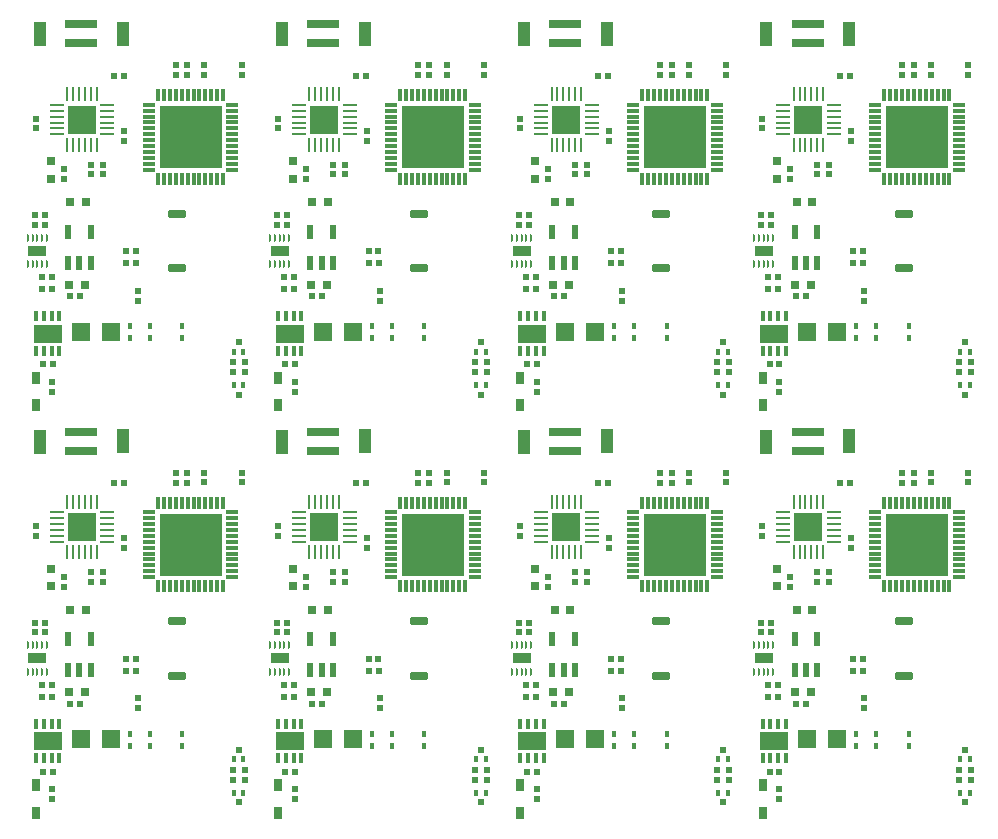
<source format=gtp>
G04*
G04 #@! TF.GenerationSoftware,Altium Limited,Altium Designer,20.0.2 (26)*
G04*
G04 Layer_Color=8421504*
%FSLAX44Y44*%
%MOMM*%
G71*
G01*
G75*
%ADD11R,5.3000X5.3000*%
%ADD12R,1.0000X0.3500*%
%ADD13R,0.3500X1.0000*%
%ADD14R,0.2500X1.1940*%
%ADD15R,1.1940X0.2500*%
%ADD16R,1.1938X0.2500*%
%ADD17R,2.4300X2.4300*%
%ADD18R,0.4700X0.5000*%
%ADD19R,0.3700X0.5000*%
%ADD20R,0.6000X1.1500*%
%ADD21R,0.3500X0.8500*%
%ADD22R,2.4000X1.6500*%
%ADD23R,0.3000X0.5000*%
%ADD24R,0.7000X1.0750*%
%ADD25R,0.5500X0.5300*%
G04:AMPARAMS|DCode=26|XSize=1.6mm|YSize=0.7mm|CornerRadius=0.175mm|HoleSize=0mm|Usage=FLASHONLY|Rotation=180.000|XOffset=0mm|YOffset=0mm|HoleType=Round|Shape=RoundedRectangle|*
%AMROUNDEDRECTD26*
21,1,1.6000,0.3500,0,0,180.0*
21,1,1.2500,0.7000,0,0,180.0*
1,1,0.3500,-0.6250,0.1750*
1,1,0.3500,0.6250,0.1750*
1,1,0.3500,0.6250,-0.1750*
1,1,0.3500,-0.6250,-0.1750*
%
%ADD26ROUNDEDRECTD26*%
%ADD27R,0.7620X0.7620*%
%ADD28R,1.5000X1.5000*%
%ADD29R,0.5300X0.5500*%
%ADD30R,1.0000X2.0000*%
%ADD31R,2.8000X0.8000*%
G04:AMPARAMS|DCode=32|XSize=0.7mm|YSize=0.22mm|CornerRadius=0.0605mm|HoleSize=0mm|Usage=FLASHONLY|Rotation=270.000|XOffset=0mm|YOffset=0mm|HoleType=Round|Shape=RoundedRectangle|*
%AMROUNDEDRECTD32*
21,1,0.7000,0.0990,0,0,270.0*
21,1,0.5790,0.2200,0,0,270.0*
1,1,0.1210,-0.0495,-0.2895*
1,1,0.1210,-0.0495,0.2895*
1,1,0.1210,0.0495,0.2895*
1,1,0.1210,0.0495,-0.2895*
%
%ADD32ROUNDEDRECTD32*%
%ADD33R,1.5000X0.9000*%
%ADD34R,0.5500X0.5300*%
%ADD35R,0.5300X0.5500*%
G36*
X769532Y568473D02*
X746251D01*
Y591754D01*
X769532D01*
Y568473D01*
D02*
G37*
G36*
X564537D02*
X541256D01*
Y591754D01*
X564537D01*
Y568473D01*
D02*
G37*
G36*
X359541D02*
X336260D01*
Y591754D01*
X359541D01*
Y568473D01*
D02*
G37*
G36*
X154546D02*
X131265D01*
Y591754D01*
X154546D01*
Y568473D01*
D02*
G37*
G36*
X769532Y223470D02*
X746251D01*
Y246751D01*
X769532D01*
Y223470D01*
D02*
G37*
G36*
X564537D02*
X541256D01*
Y246751D01*
X564537D01*
Y223470D01*
D02*
G37*
G36*
X359541D02*
X336260D01*
Y246751D01*
X359541D01*
Y223470D01*
D02*
G37*
G36*
X154546D02*
X131265D01*
Y246751D01*
X154546D01*
Y223470D01*
D02*
G37*
D11*
X142926Y235090D02*
D03*
X347921D02*
D03*
X552917D02*
D03*
X757912D02*
D03*
X142926Y580093D02*
D03*
X347921D02*
D03*
X552917D02*
D03*
X757912D02*
D03*
D12*
X178326Y262590D02*
D03*
Y257590D02*
D03*
Y252590D02*
D03*
Y247590D02*
D03*
Y242590D02*
D03*
Y237590D02*
D03*
Y232590D02*
D03*
Y227590D02*
D03*
Y222590D02*
D03*
Y217590D02*
D03*
Y212590D02*
D03*
Y207590D02*
D03*
X107526D02*
D03*
Y212590D02*
D03*
Y217590D02*
D03*
Y222590D02*
D03*
Y227590D02*
D03*
Y232590D02*
D03*
Y237590D02*
D03*
Y242590D02*
D03*
Y247590D02*
D03*
Y252590D02*
D03*
Y257590D02*
D03*
Y262590D02*
D03*
X383321D02*
D03*
Y257590D02*
D03*
Y252590D02*
D03*
Y247590D02*
D03*
Y242590D02*
D03*
Y237590D02*
D03*
Y232590D02*
D03*
Y227590D02*
D03*
Y222590D02*
D03*
Y217590D02*
D03*
Y212590D02*
D03*
Y207590D02*
D03*
X312521D02*
D03*
Y212590D02*
D03*
Y217590D02*
D03*
Y222590D02*
D03*
Y227590D02*
D03*
Y232590D02*
D03*
Y237590D02*
D03*
Y242590D02*
D03*
Y247590D02*
D03*
Y252590D02*
D03*
Y257590D02*
D03*
Y262590D02*
D03*
X588317D02*
D03*
Y257590D02*
D03*
Y252590D02*
D03*
Y247590D02*
D03*
Y242590D02*
D03*
Y237590D02*
D03*
Y232590D02*
D03*
Y227590D02*
D03*
Y222590D02*
D03*
Y217590D02*
D03*
Y212590D02*
D03*
Y207590D02*
D03*
X517517D02*
D03*
Y212590D02*
D03*
Y217590D02*
D03*
Y222590D02*
D03*
Y227590D02*
D03*
Y232590D02*
D03*
Y237590D02*
D03*
Y242590D02*
D03*
Y247590D02*
D03*
Y252590D02*
D03*
Y257590D02*
D03*
Y262590D02*
D03*
X793312D02*
D03*
Y257590D02*
D03*
Y252590D02*
D03*
Y247590D02*
D03*
Y242590D02*
D03*
Y237590D02*
D03*
Y232590D02*
D03*
Y227590D02*
D03*
Y222590D02*
D03*
Y217590D02*
D03*
Y212590D02*
D03*
Y207590D02*
D03*
X722512D02*
D03*
Y212590D02*
D03*
Y217590D02*
D03*
Y222590D02*
D03*
Y227590D02*
D03*
Y232590D02*
D03*
Y237590D02*
D03*
Y242590D02*
D03*
Y247590D02*
D03*
Y252590D02*
D03*
Y257590D02*
D03*
Y262590D02*
D03*
X178326Y607593D02*
D03*
Y602593D02*
D03*
Y597593D02*
D03*
Y592593D02*
D03*
Y587593D02*
D03*
Y582593D02*
D03*
Y577593D02*
D03*
Y572593D02*
D03*
Y567593D02*
D03*
Y562593D02*
D03*
Y557593D02*
D03*
Y552593D02*
D03*
X107526D02*
D03*
Y557593D02*
D03*
Y562593D02*
D03*
Y567593D02*
D03*
Y572593D02*
D03*
Y577593D02*
D03*
Y582593D02*
D03*
Y587593D02*
D03*
Y592593D02*
D03*
Y597593D02*
D03*
Y602593D02*
D03*
Y607593D02*
D03*
X383321D02*
D03*
Y602593D02*
D03*
Y597593D02*
D03*
Y592593D02*
D03*
Y587593D02*
D03*
Y582593D02*
D03*
Y577593D02*
D03*
Y572593D02*
D03*
Y567593D02*
D03*
Y562593D02*
D03*
Y557593D02*
D03*
Y552593D02*
D03*
X312521D02*
D03*
Y557593D02*
D03*
Y562593D02*
D03*
Y567593D02*
D03*
Y572593D02*
D03*
Y577593D02*
D03*
Y582593D02*
D03*
Y587593D02*
D03*
Y592593D02*
D03*
Y597593D02*
D03*
Y602593D02*
D03*
Y607593D02*
D03*
X588317D02*
D03*
Y602593D02*
D03*
Y597593D02*
D03*
Y592593D02*
D03*
Y587593D02*
D03*
Y582593D02*
D03*
Y577593D02*
D03*
Y572593D02*
D03*
Y567593D02*
D03*
Y562593D02*
D03*
Y557593D02*
D03*
Y552593D02*
D03*
X517517D02*
D03*
Y557593D02*
D03*
Y562593D02*
D03*
Y567593D02*
D03*
Y572593D02*
D03*
Y577593D02*
D03*
Y582593D02*
D03*
Y587593D02*
D03*
Y592593D02*
D03*
Y597593D02*
D03*
Y602593D02*
D03*
Y607593D02*
D03*
X793312D02*
D03*
Y602593D02*
D03*
Y597593D02*
D03*
Y592593D02*
D03*
Y587593D02*
D03*
Y582593D02*
D03*
Y577593D02*
D03*
Y572593D02*
D03*
Y567593D02*
D03*
Y562593D02*
D03*
Y557593D02*
D03*
Y552593D02*
D03*
X722512D02*
D03*
Y557593D02*
D03*
Y562593D02*
D03*
Y567593D02*
D03*
Y572593D02*
D03*
Y577593D02*
D03*
Y582593D02*
D03*
Y587593D02*
D03*
Y592593D02*
D03*
Y597593D02*
D03*
Y602593D02*
D03*
Y607593D02*
D03*
D13*
X170426Y199690D02*
D03*
X165426D02*
D03*
X160426D02*
D03*
X155426D02*
D03*
X150426D02*
D03*
X145426D02*
D03*
X140426D02*
D03*
X135426D02*
D03*
X130426D02*
D03*
X125426D02*
D03*
X120426D02*
D03*
X115426D02*
D03*
Y270490D02*
D03*
X120426D02*
D03*
X125426D02*
D03*
X130426D02*
D03*
X135426D02*
D03*
X140426D02*
D03*
X145426D02*
D03*
X150426D02*
D03*
X155426D02*
D03*
X160426D02*
D03*
X165426D02*
D03*
X170426D02*
D03*
X375421Y199690D02*
D03*
X370421D02*
D03*
X365421D02*
D03*
X360421D02*
D03*
X355421D02*
D03*
X350421D02*
D03*
X345421D02*
D03*
X340421D02*
D03*
X335421D02*
D03*
X330421D02*
D03*
X325421D02*
D03*
X320421D02*
D03*
Y270490D02*
D03*
X325421D02*
D03*
X330421D02*
D03*
X335421D02*
D03*
X340421D02*
D03*
X345421D02*
D03*
X350421D02*
D03*
X355421D02*
D03*
X360421D02*
D03*
X365421D02*
D03*
X370421D02*
D03*
X375421D02*
D03*
X580417Y199690D02*
D03*
X575417D02*
D03*
X570417D02*
D03*
X565417D02*
D03*
X560417D02*
D03*
X555417D02*
D03*
X550417D02*
D03*
X545417D02*
D03*
X540417D02*
D03*
X535417D02*
D03*
X530417D02*
D03*
X525417D02*
D03*
Y270490D02*
D03*
X530417D02*
D03*
X535417D02*
D03*
X540417D02*
D03*
X545417D02*
D03*
X550417D02*
D03*
X555417D02*
D03*
X560417D02*
D03*
X565417D02*
D03*
X570417D02*
D03*
X575417D02*
D03*
X580417D02*
D03*
X785412Y199690D02*
D03*
X780412D02*
D03*
X775412D02*
D03*
X770412D02*
D03*
X765412D02*
D03*
X760412D02*
D03*
X755412D02*
D03*
X750412D02*
D03*
X745412D02*
D03*
X740412D02*
D03*
X735412D02*
D03*
X730412D02*
D03*
Y270490D02*
D03*
X735412D02*
D03*
X740412D02*
D03*
X745412D02*
D03*
X750412D02*
D03*
X755412D02*
D03*
X760412D02*
D03*
X765412D02*
D03*
X770412D02*
D03*
X775412D02*
D03*
X780412D02*
D03*
X785412D02*
D03*
X170426Y544693D02*
D03*
X165426D02*
D03*
X160426D02*
D03*
X155426D02*
D03*
X150426D02*
D03*
X145426D02*
D03*
X140426D02*
D03*
X135426D02*
D03*
X130426D02*
D03*
X125426D02*
D03*
X120426D02*
D03*
X115426D02*
D03*
Y615493D02*
D03*
X120426D02*
D03*
X125426D02*
D03*
X130426D02*
D03*
X135426D02*
D03*
X140426D02*
D03*
X145426D02*
D03*
X150426D02*
D03*
X155426D02*
D03*
X160426D02*
D03*
X165426D02*
D03*
X170426D02*
D03*
X375421Y544693D02*
D03*
X370421D02*
D03*
X365421D02*
D03*
X360421D02*
D03*
X355421D02*
D03*
X350421D02*
D03*
X345421D02*
D03*
X340421D02*
D03*
X335421D02*
D03*
X330421D02*
D03*
X325421D02*
D03*
X320421D02*
D03*
Y615493D02*
D03*
X325421D02*
D03*
X330421D02*
D03*
X335421D02*
D03*
X340421D02*
D03*
X345421D02*
D03*
X350421D02*
D03*
X355421D02*
D03*
X360421D02*
D03*
X365421D02*
D03*
X370421D02*
D03*
X375421D02*
D03*
X580417Y544693D02*
D03*
X575417D02*
D03*
X570417D02*
D03*
X565417D02*
D03*
X560417D02*
D03*
X555417D02*
D03*
X550417D02*
D03*
X545417D02*
D03*
X540417D02*
D03*
X535417D02*
D03*
X530417D02*
D03*
X525417D02*
D03*
Y615493D02*
D03*
X530417D02*
D03*
X535417D02*
D03*
X540417D02*
D03*
X545417D02*
D03*
X550417D02*
D03*
X555417D02*
D03*
X560417D02*
D03*
X565417D02*
D03*
X570417D02*
D03*
X575417D02*
D03*
X580417D02*
D03*
X785412Y544693D02*
D03*
X780412D02*
D03*
X775412D02*
D03*
X770412D02*
D03*
X765412D02*
D03*
X760412D02*
D03*
X755412D02*
D03*
X750412D02*
D03*
X745412D02*
D03*
X740412D02*
D03*
X735412D02*
D03*
X730412D02*
D03*
Y615493D02*
D03*
X735412D02*
D03*
X740412D02*
D03*
X745412D02*
D03*
X750412D02*
D03*
X755412D02*
D03*
X760412D02*
D03*
X765412D02*
D03*
X770412D02*
D03*
X775412D02*
D03*
X780412D02*
D03*
X785412D02*
D03*
D14*
X38500Y228520D02*
D03*
X43500D02*
D03*
X48500D02*
D03*
X53500D02*
D03*
X58500D02*
D03*
X63500D02*
D03*
Y271460D02*
D03*
X58500D02*
D03*
X53500D02*
D03*
X48500D02*
D03*
X43500D02*
D03*
X38500D02*
D03*
X243496Y228520D02*
D03*
X248496D02*
D03*
X253496D02*
D03*
X258496D02*
D03*
X263496D02*
D03*
X268495D02*
D03*
Y271460D02*
D03*
X263496D02*
D03*
X258496D02*
D03*
X253496D02*
D03*
X248496D02*
D03*
X243496D02*
D03*
X448491Y228520D02*
D03*
X453491D02*
D03*
X458491D02*
D03*
X463491D02*
D03*
X468491D02*
D03*
X473491D02*
D03*
Y271460D02*
D03*
X468491D02*
D03*
X463491D02*
D03*
X458491D02*
D03*
X453491D02*
D03*
X448491D02*
D03*
X653486Y228520D02*
D03*
X658486D02*
D03*
X663486D02*
D03*
X668486D02*
D03*
X673486D02*
D03*
X678486D02*
D03*
Y271460D02*
D03*
X673486D02*
D03*
X668486D02*
D03*
X663486D02*
D03*
X658486D02*
D03*
X653486D02*
D03*
X38500Y573523D02*
D03*
X43500D02*
D03*
X48500D02*
D03*
X53500D02*
D03*
X58500D02*
D03*
X63500D02*
D03*
Y616463D02*
D03*
X58500D02*
D03*
X53500D02*
D03*
X48500D02*
D03*
X43500D02*
D03*
X38500D02*
D03*
X243496Y573523D02*
D03*
X248496D02*
D03*
X253496D02*
D03*
X258496D02*
D03*
X263496D02*
D03*
X268495D02*
D03*
Y616463D02*
D03*
X263496D02*
D03*
X258496D02*
D03*
X253496D02*
D03*
X248496D02*
D03*
X243496D02*
D03*
X448491Y573523D02*
D03*
X453491D02*
D03*
X458491D02*
D03*
X463491D02*
D03*
X468491D02*
D03*
X473491D02*
D03*
Y616463D02*
D03*
X468491D02*
D03*
X463491D02*
D03*
X458491D02*
D03*
X453491D02*
D03*
X448491D02*
D03*
X653486Y573523D02*
D03*
X658486D02*
D03*
X663486D02*
D03*
X668486D02*
D03*
X673486D02*
D03*
X678486D02*
D03*
Y616463D02*
D03*
X673486D02*
D03*
X668486D02*
D03*
X663486D02*
D03*
X658486D02*
D03*
X653486D02*
D03*
D15*
X72470Y237490D02*
D03*
Y242490D02*
D03*
Y247490D02*
D03*
Y252490D02*
D03*
Y257490D02*
D03*
X29530Y262490D02*
D03*
Y257490D02*
D03*
Y252490D02*
D03*
Y247490D02*
D03*
Y242490D02*
D03*
Y237490D02*
D03*
X277465D02*
D03*
Y242490D02*
D03*
Y247490D02*
D03*
Y252490D02*
D03*
Y257490D02*
D03*
X234525Y262490D02*
D03*
Y257490D02*
D03*
Y252490D02*
D03*
Y247490D02*
D03*
Y242490D02*
D03*
Y237490D02*
D03*
X482461D02*
D03*
Y242490D02*
D03*
Y247490D02*
D03*
Y252490D02*
D03*
Y257490D02*
D03*
X439521Y262490D02*
D03*
Y257490D02*
D03*
Y252490D02*
D03*
Y247490D02*
D03*
Y242490D02*
D03*
Y237490D02*
D03*
X687456D02*
D03*
Y242490D02*
D03*
Y247490D02*
D03*
Y252490D02*
D03*
Y257490D02*
D03*
X644516Y262490D02*
D03*
Y257490D02*
D03*
Y252490D02*
D03*
Y247490D02*
D03*
Y242490D02*
D03*
Y237490D02*
D03*
X72470Y582493D02*
D03*
Y587493D02*
D03*
Y592493D02*
D03*
Y597493D02*
D03*
Y602493D02*
D03*
X29530Y607493D02*
D03*
Y602493D02*
D03*
Y597493D02*
D03*
Y592493D02*
D03*
Y587493D02*
D03*
Y582493D02*
D03*
X277465D02*
D03*
Y587493D02*
D03*
Y592493D02*
D03*
Y597493D02*
D03*
Y602493D02*
D03*
X234525Y607493D02*
D03*
Y602493D02*
D03*
Y597493D02*
D03*
Y592493D02*
D03*
Y587493D02*
D03*
Y582493D02*
D03*
X482461D02*
D03*
Y587493D02*
D03*
Y592493D02*
D03*
Y597493D02*
D03*
Y602493D02*
D03*
X439521Y607493D02*
D03*
Y602493D02*
D03*
Y597493D02*
D03*
Y592493D02*
D03*
Y587493D02*
D03*
Y582493D02*
D03*
X687456D02*
D03*
Y587493D02*
D03*
Y592493D02*
D03*
Y597493D02*
D03*
Y602493D02*
D03*
X644516Y607493D02*
D03*
Y602493D02*
D03*
Y597493D02*
D03*
Y592493D02*
D03*
Y587493D02*
D03*
Y582493D02*
D03*
D16*
X72471Y262490D02*
D03*
X277467D02*
D03*
X482462D02*
D03*
X687457D02*
D03*
X72471Y607493D02*
D03*
X277467D02*
D03*
X482462D02*
D03*
X687457D02*
D03*
D17*
X51000Y249990D02*
D03*
X255995D02*
D03*
X460991D02*
D03*
X665986D02*
D03*
X51000Y594993D02*
D03*
X255995D02*
D03*
X460991D02*
D03*
X665986D02*
D03*
D18*
X183676Y17013D02*
D03*
Y61398D02*
D03*
X388671Y17013D02*
D03*
Y61398D02*
D03*
X593667Y17013D02*
D03*
Y61398D02*
D03*
X798662Y17013D02*
D03*
Y61398D02*
D03*
X183676Y362016D02*
D03*
Y406400D02*
D03*
X388671Y362016D02*
D03*
Y406400D02*
D03*
X593667Y362016D02*
D03*
Y406400D02*
D03*
X798662Y362016D02*
D03*
Y406400D02*
D03*
D19*
X187676Y25013D02*
D03*
X179301D02*
D03*
X179676Y53398D02*
D03*
X187676D02*
D03*
X392672Y25013D02*
D03*
X384297D02*
D03*
X384672Y53398D02*
D03*
X392672D02*
D03*
X597667Y25013D02*
D03*
X589292D02*
D03*
X589667Y53398D02*
D03*
X597667D02*
D03*
X802662Y25013D02*
D03*
X794288D02*
D03*
X794662Y53398D02*
D03*
X802662D02*
D03*
X187676Y370016D02*
D03*
X179301D02*
D03*
X179676Y398400D02*
D03*
X187676D02*
D03*
X392672Y370016D02*
D03*
X384297D02*
D03*
X384672Y398400D02*
D03*
X392672D02*
D03*
X597667Y370016D02*
D03*
X589292D02*
D03*
X589667Y398400D02*
D03*
X597667D02*
D03*
X802662Y370016D02*
D03*
X794288D02*
D03*
X794662Y398400D02*
D03*
X802662D02*
D03*
D20*
X39268Y154986D02*
D03*
X58268D02*
D03*
Y128986D02*
D03*
X48768D02*
D03*
X39268D02*
D03*
X244263Y154986D02*
D03*
X263263D02*
D03*
Y128986D02*
D03*
X253763D02*
D03*
X244263D02*
D03*
X449259Y154986D02*
D03*
X468259D02*
D03*
Y128986D02*
D03*
X458759D02*
D03*
X449259D02*
D03*
X654254Y154986D02*
D03*
X673254D02*
D03*
Y128986D02*
D03*
X663754D02*
D03*
X654254D02*
D03*
X39268Y499989D02*
D03*
X58268D02*
D03*
Y473989D02*
D03*
X48768D02*
D03*
X39268D02*
D03*
X244263Y499989D02*
D03*
X263263D02*
D03*
Y473989D02*
D03*
X253763D02*
D03*
X244263D02*
D03*
X449259Y499989D02*
D03*
X468259D02*
D03*
Y473989D02*
D03*
X458759D02*
D03*
X449259D02*
D03*
X654254Y499989D02*
D03*
X673254D02*
D03*
Y473989D02*
D03*
X663754D02*
D03*
X654254D02*
D03*
D21*
X31743Y83586D02*
D03*
X25243D02*
D03*
X18743D02*
D03*
Y54086D02*
D03*
X12243D02*
D03*
X25243D02*
D03*
X31743D02*
D03*
X12243Y83586D02*
D03*
X236738D02*
D03*
X230238D02*
D03*
X223738D02*
D03*
Y54086D02*
D03*
X217238D02*
D03*
X230238D02*
D03*
X236738D02*
D03*
X217238Y83586D02*
D03*
X441734D02*
D03*
X435234D02*
D03*
X428734D02*
D03*
Y54086D02*
D03*
X422234D02*
D03*
X435234D02*
D03*
X441734D02*
D03*
X422234Y83586D02*
D03*
X646729D02*
D03*
X640229D02*
D03*
X633729D02*
D03*
Y54086D02*
D03*
X627229D02*
D03*
X640229D02*
D03*
X646729D02*
D03*
X627229Y83586D02*
D03*
X31743Y428589D02*
D03*
X25243D02*
D03*
X18743D02*
D03*
Y399089D02*
D03*
X12243D02*
D03*
X25243D02*
D03*
X31743D02*
D03*
X12243Y428589D02*
D03*
X236738D02*
D03*
X230238D02*
D03*
X223738D02*
D03*
Y399089D02*
D03*
X217238D02*
D03*
X230238D02*
D03*
X236738D02*
D03*
X217238Y428589D02*
D03*
X441734D02*
D03*
X435234D02*
D03*
X428734D02*
D03*
Y399089D02*
D03*
X422234D02*
D03*
X435234D02*
D03*
X441734D02*
D03*
X422234Y428589D02*
D03*
X646729D02*
D03*
X640229D02*
D03*
X633729D02*
D03*
Y399089D02*
D03*
X627229D02*
D03*
X640229D02*
D03*
X646729D02*
D03*
X627229Y428589D02*
D03*
D22*
X21993Y68836D02*
D03*
X226988D02*
D03*
X431984D02*
D03*
X636979D02*
D03*
X21993Y413839D02*
D03*
X226988D02*
D03*
X431984D02*
D03*
X636979D02*
D03*
D23*
X108458Y74850D02*
D03*
Y64850D02*
D03*
X135890Y74850D02*
D03*
Y64850D02*
D03*
X91440Y74850D02*
D03*
Y64850D02*
D03*
X313453Y74850D02*
D03*
Y64850D02*
D03*
X340885Y74850D02*
D03*
Y64850D02*
D03*
X296435Y74850D02*
D03*
Y64850D02*
D03*
X518449Y74850D02*
D03*
Y64850D02*
D03*
X545881Y74850D02*
D03*
Y64850D02*
D03*
X501431Y74850D02*
D03*
Y64850D02*
D03*
X723444Y74850D02*
D03*
Y64850D02*
D03*
X750876Y74850D02*
D03*
Y64850D02*
D03*
X706426Y74850D02*
D03*
Y64850D02*
D03*
X108458Y419853D02*
D03*
Y409853D02*
D03*
X135890Y419853D02*
D03*
Y409853D02*
D03*
X91440Y419853D02*
D03*
Y409853D02*
D03*
X313453Y419853D02*
D03*
Y409853D02*
D03*
X340885Y419853D02*
D03*
Y409853D02*
D03*
X296435Y419853D02*
D03*
Y409853D02*
D03*
X518449Y419853D02*
D03*
Y409853D02*
D03*
X545881Y419853D02*
D03*
Y409853D02*
D03*
X501431Y419853D02*
D03*
Y409853D02*
D03*
X723444Y419853D02*
D03*
Y409853D02*
D03*
X750876Y419853D02*
D03*
Y409853D02*
D03*
X706426Y419853D02*
D03*
Y409853D02*
D03*
D24*
X12246Y8192D02*
D03*
Y31432D02*
D03*
X217242Y8192D02*
D03*
Y31432D02*
D03*
X422237Y8192D02*
D03*
Y31432D02*
D03*
X627233Y8192D02*
D03*
Y31432D02*
D03*
X12246Y353195D02*
D03*
Y376435D02*
D03*
X217242Y353195D02*
D03*
Y376435D02*
D03*
X422237Y353195D02*
D03*
Y376435D02*
D03*
X627233Y353195D02*
D03*
Y376435D02*
D03*
D25*
X97032Y128339D02*
D03*
X88652D02*
D03*
X18162Y42926D02*
D03*
X26542D02*
D03*
X11304Y168910D02*
D03*
X19684D02*
D03*
X16892Y106172D02*
D03*
X25272D02*
D03*
Y116332D02*
D03*
X16892D02*
D03*
X19684Y160782D02*
D03*
X11304D02*
D03*
X88634Y138387D02*
D03*
X97014D02*
D03*
X302027Y128339D02*
D03*
X293647D02*
D03*
X223157Y42926D02*
D03*
X231537D02*
D03*
X216299Y168910D02*
D03*
X224680D02*
D03*
X221887Y106172D02*
D03*
X230268D02*
D03*
Y116332D02*
D03*
X221887D02*
D03*
X224680Y160782D02*
D03*
X216299D02*
D03*
X293630Y138387D02*
D03*
X302010D02*
D03*
X507023Y128339D02*
D03*
X498643D02*
D03*
X428153Y42926D02*
D03*
X436533D02*
D03*
X421295Y168910D02*
D03*
X429675D02*
D03*
X426883Y106172D02*
D03*
X435263D02*
D03*
Y116332D02*
D03*
X426883D02*
D03*
X429675Y160782D02*
D03*
X421295D02*
D03*
X498625Y138387D02*
D03*
X507005D02*
D03*
X712018Y128339D02*
D03*
X703638D02*
D03*
X633148Y42926D02*
D03*
X641528D02*
D03*
X626290Y168910D02*
D03*
X634670D02*
D03*
X631878Y106172D02*
D03*
X640258D02*
D03*
Y116332D02*
D03*
X631878D02*
D03*
X634670Y160782D02*
D03*
X626290D02*
D03*
X703621Y138387D02*
D03*
X712001D02*
D03*
X97032Y473341D02*
D03*
X88652D02*
D03*
X18162Y387929D02*
D03*
X26542D02*
D03*
X11304Y513913D02*
D03*
X19684D02*
D03*
X16892Y451175D02*
D03*
X25272D02*
D03*
Y461335D02*
D03*
X16892D02*
D03*
X19684Y505785D02*
D03*
X11304D02*
D03*
X88634Y483390D02*
D03*
X97014D02*
D03*
X302027Y473341D02*
D03*
X293647D02*
D03*
X223157Y387929D02*
D03*
X231537D02*
D03*
X216299Y513913D02*
D03*
X224680D02*
D03*
X221887Y451175D02*
D03*
X230268D02*
D03*
Y461335D02*
D03*
X221887D02*
D03*
X224680Y505785D02*
D03*
X216299D02*
D03*
X293630Y483390D02*
D03*
X302010D02*
D03*
X507023Y473341D02*
D03*
X498643D02*
D03*
X428153Y387929D02*
D03*
X436533D02*
D03*
X421295Y513913D02*
D03*
X429675D02*
D03*
X426883Y451175D02*
D03*
X435263D02*
D03*
Y461335D02*
D03*
X426883D02*
D03*
X429675Y505785D02*
D03*
X421295D02*
D03*
X498625Y483390D02*
D03*
X507005D02*
D03*
X712018Y473341D02*
D03*
X703638D02*
D03*
X633148Y387929D02*
D03*
X641528D02*
D03*
X626290Y513913D02*
D03*
X634670D02*
D03*
X631878Y451175D02*
D03*
X640258D02*
D03*
Y461335D02*
D03*
X631878D02*
D03*
X634670Y505785D02*
D03*
X626290D02*
D03*
X703621Y483390D02*
D03*
X712001D02*
D03*
D26*
X131572Y170180D02*
D03*
Y123952D02*
D03*
X336567Y170180D02*
D03*
Y123952D02*
D03*
X541563Y170180D02*
D03*
Y123952D02*
D03*
X746558Y170180D02*
D03*
Y123952D02*
D03*
X131572Y515183D02*
D03*
Y468955D02*
D03*
X336567Y515183D02*
D03*
Y468955D02*
D03*
X541563Y515183D02*
D03*
Y468955D02*
D03*
X746558Y515183D02*
D03*
Y468955D02*
D03*
D27*
X24689Y214710D02*
D03*
Y199970D02*
D03*
X54422Y180162D02*
D03*
X41082D02*
D03*
X40066Y110236D02*
D03*
X53406D02*
D03*
X229684Y214710D02*
D03*
Y199970D02*
D03*
X259417Y180162D02*
D03*
X246077D02*
D03*
X245061Y110236D02*
D03*
X258402D02*
D03*
X434680Y214710D02*
D03*
Y199970D02*
D03*
X464413Y180162D02*
D03*
X451073D02*
D03*
X450057Y110236D02*
D03*
X463397D02*
D03*
X639675Y214710D02*
D03*
Y199970D02*
D03*
X669408Y180162D02*
D03*
X656068D02*
D03*
X655052Y110236D02*
D03*
X668392D02*
D03*
X24689Y559713D02*
D03*
Y544973D02*
D03*
X54422Y525165D02*
D03*
X41082D02*
D03*
X40066Y455239D02*
D03*
X53406D02*
D03*
X229684Y559713D02*
D03*
Y544973D02*
D03*
X259417Y525165D02*
D03*
X246077D02*
D03*
X245061Y455239D02*
D03*
X258402D02*
D03*
X434680Y559713D02*
D03*
Y544973D02*
D03*
X464413Y525165D02*
D03*
X451073D02*
D03*
X450057Y455239D02*
D03*
X463397D02*
D03*
X639675Y559713D02*
D03*
Y544973D02*
D03*
X669408Y525165D02*
D03*
X656068D02*
D03*
X655052Y455239D02*
D03*
X668392D02*
D03*
D28*
X75311Y70536D02*
D03*
X49911D02*
D03*
X280306D02*
D03*
X254906D02*
D03*
X485302D02*
D03*
X459902D02*
D03*
X690297D02*
D03*
X664897D02*
D03*
X75311Y415538D02*
D03*
X49911D02*
D03*
X280306D02*
D03*
X254906D02*
D03*
X485302D02*
D03*
X459902D02*
D03*
X690297D02*
D03*
X664897D02*
D03*
D29*
X25971Y19501D02*
D03*
Y27881D02*
D03*
X154610Y287757D02*
D03*
Y296137D02*
D03*
X186262D02*
D03*
Y287757D02*
D03*
X12116Y250824D02*
D03*
Y242444D02*
D03*
X130480Y295936D02*
D03*
Y287556D02*
D03*
X68718Y211938D02*
D03*
Y203558D02*
D03*
X86948Y232217D02*
D03*
Y240597D02*
D03*
X230966Y19501D02*
D03*
Y27881D02*
D03*
X359605Y287757D02*
D03*
Y296137D02*
D03*
X391258D02*
D03*
Y287757D02*
D03*
X217111Y250824D02*
D03*
Y242444D02*
D03*
X335476Y295936D02*
D03*
Y287556D02*
D03*
X273713Y211938D02*
D03*
Y203558D02*
D03*
X291944Y232217D02*
D03*
Y240597D02*
D03*
X435962Y19501D02*
D03*
Y27881D02*
D03*
X564601Y287757D02*
D03*
Y296137D02*
D03*
X596253D02*
D03*
Y287757D02*
D03*
X422107Y250824D02*
D03*
Y242444D02*
D03*
X540471Y295936D02*
D03*
Y287556D02*
D03*
X478709Y211938D02*
D03*
Y203558D02*
D03*
X496939Y232217D02*
D03*
Y240597D02*
D03*
X640957Y19501D02*
D03*
Y27881D02*
D03*
X769596Y287757D02*
D03*
Y296137D02*
D03*
X801248D02*
D03*
Y287757D02*
D03*
X627102Y250824D02*
D03*
Y242444D02*
D03*
X745466Y295936D02*
D03*
Y287556D02*
D03*
X683704Y211938D02*
D03*
Y203558D02*
D03*
X701935Y232217D02*
D03*
Y240597D02*
D03*
X25971Y364504D02*
D03*
Y372884D02*
D03*
X154610Y632760D02*
D03*
Y641140D02*
D03*
X186262D02*
D03*
Y632760D02*
D03*
X12116Y595827D02*
D03*
Y587447D02*
D03*
X130480Y640939D02*
D03*
Y632559D02*
D03*
X68718Y556941D02*
D03*
Y548561D02*
D03*
X86948Y577220D02*
D03*
Y585600D02*
D03*
X230966Y364504D02*
D03*
Y372884D02*
D03*
X359605Y632760D02*
D03*
Y641140D02*
D03*
X391258D02*
D03*
Y632760D02*
D03*
X217111Y595827D02*
D03*
Y587447D02*
D03*
X335476Y640939D02*
D03*
Y632559D02*
D03*
X273713Y556941D02*
D03*
Y548561D02*
D03*
X291944Y577220D02*
D03*
Y585600D02*
D03*
X435962Y364504D02*
D03*
Y372884D02*
D03*
X564601Y632760D02*
D03*
Y641140D02*
D03*
X596253D02*
D03*
Y632760D02*
D03*
X422107Y595827D02*
D03*
Y587447D02*
D03*
X540471Y640939D02*
D03*
Y632559D02*
D03*
X478709Y556941D02*
D03*
Y548561D02*
D03*
X496939Y577220D02*
D03*
Y585600D02*
D03*
X640957Y364504D02*
D03*
Y372884D02*
D03*
X769596Y632760D02*
D03*
Y641140D02*
D03*
X801248D02*
D03*
Y632760D02*
D03*
X627102Y595827D02*
D03*
Y587447D02*
D03*
X745466Y640939D02*
D03*
Y632559D02*
D03*
X683704Y556941D02*
D03*
Y548561D02*
D03*
X701935Y577220D02*
D03*
Y585600D02*
D03*
D30*
X85292Y322580D02*
D03*
X15292Y322326D02*
D03*
X290287Y322580D02*
D03*
X220287Y322326D02*
D03*
X495283Y322580D02*
D03*
X425283Y322326D02*
D03*
X700278Y322580D02*
D03*
X630278Y322326D02*
D03*
X85292Y667583D02*
D03*
X15292Y667329D02*
D03*
X290287Y667583D02*
D03*
X220287Y667329D02*
D03*
X495283Y667583D02*
D03*
X425283Y667329D02*
D03*
X700278Y667583D02*
D03*
X630278Y667329D02*
D03*
D31*
X50292Y314430D02*
D03*
Y330730D02*
D03*
X255287Y314430D02*
D03*
Y330730D02*
D03*
X460283Y314430D02*
D03*
Y330730D02*
D03*
X665278Y314430D02*
D03*
Y330730D02*
D03*
X50292Y659433D02*
D03*
Y675733D02*
D03*
X255287Y659433D02*
D03*
Y675733D02*
D03*
X460283Y659433D02*
D03*
Y675733D02*
D03*
X665278Y659433D02*
D03*
Y675733D02*
D03*
D32*
X5208Y127475D02*
D03*
X9208D02*
D03*
X13208D02*
D03*
X17208D02*
D03*
X21208Y149893D02*
D03*
X17208D02*
D03*
X13208D02*
D03*
X9208D02*
D03*
X5208D02*
D03*
X21208Y127475D02*
D03*
X210203D02*
D03*
X214203D02*
D03*
X218203D02*
D03*
X222203D02*
D03*
X226203Y149893D02*
D03*
X222203D02*
D03*
X218203D02*
D03*
X214203D02*
D03*
X210203D02*
D03*
X226203Y127475D02*
D03*
X415199D02*
D03*
X419199D02*
D03*
X423199D02*
D03*
X427199D02*
D03*
X431199Y149893D02*
D03*
X427199D02*
D03*
X423199D02*
D03*
X419199D02*
D03*
X415199D02*
D03*
X431199Y127475D02*
D03*
X620194D02*
D03*
X624194D02*
D03*
X628194D02*
D03*
X632194D02*
D03*
X636194Y149893D02*
D03*
X632194D02*
D03*
X628194D02*
D03*
X624194D02*
D03*
X620194D02*
D03*
X636194Y127475D02*
D03*
X5208Y472478D02*
D03*
X9208D02*
D03*
X13208D02*
D03*
X17208D02*
D03*
X21208Y494896D02*
D03*
X17208D02*
D03*
X13208D02*
D03*
X9208D02*
D03*
X5208D02*
D03*
X21208Y472478D02*
D03*
X210203D02*
D03*
X214203D02*
D03*
X218203D02*
D03*
X222203D02*
D03*
X226203Y494896D02*
D03*
X222203D02*
D03*
X218203D02*
D03*
X214203D02*
D03*
X210203D02*
D03*
X226203Y472478D02*
D03*
X415199D02*
D03*
X419199D02*
D03*
X423199D02*
D03*
X427199D02*
D03*
X431199Y494896D02*
D03*
X427199D02*
D03*
X423199D02*
D03*
X419199D02*
D03*
X415199D02*
D03*
X431199Y472478D02*
D03*
X620194D02*
D03*
X624194D02*
D03*
X628194D02*
D03*
X632194D02*
D03*
X636194Y494896D02*
D03*
X632194D02*
D03*
X628194D02*
D03*
X624194D02*
D03*
X620194D02*
D03*
X636194Y472478D02*
D03*
D33*
X13208Y138811D02*
D03*
X218203D02*
D03*
X423199D02*
D03*
X628194D02*
D03*
X13208Y483814D02*
D03*
X218203D02*
D03*
X423199D02*
D03*
X628194D02*
D03*
D34*
X86232Y287020D02*
D03*
X77852D02*
D03*
X49148Y100330D02*
D03*
X40768D02*
D03*
X291227Y287020D02*
D03*
X282847D02*
D03*
X254143Y100330D02*
D03*
X245763D02*
D03*
X496223Y287020D02*
D03*
X487843D02*
D03*
X459139Y100330D02*
D03*
X450759D02*
D03*
X701218Y287020D02*
D03*
X692838D02*
D03*
X664134Y100330D02*
D03*
X655754D02*
D03*
X86232Y632023D02*
D03*
X77852D02*
D03*
X49148Y445333D02*
D03*
X40768D02*
D03*
X291227Y632023D02*
D03*
X282847D02*
D03*
X254143Y445333D02*
D03*
X245763D02*
D03*
X496223Y632023D02*
D03*
X487843D02*
D03*
X459139Y445333D02*
D03*
X450759D02*
D03*
X701218Y632023D02*
D03*
X692838D02*
D03*
X664134Y445333D02*
D03*
X655754D02*
D03*
D35*
X140132Y296036D02*
D03*
Y287656D02*
D03*
X58500Y203558D02*
D03*
Y211938D02*
D03*
X98044Y96522D02*
D03*
Y104902D02*
D03*
X35560Y199518D02*
D03*
Y207898D02*
D03*
X188573Y36160D02*
D03*
Y44540D02*
D03*
X178718D02*
D03*
Y36160D02*
D03*
X345127Y296036D02*
D03*
Y287656D02*
D03*
X263496Y203558D02*
D03*
Y211938D02*
D03*
X303039Y96522D02*
D03*
Y104902D02*
D03*
X240555Y199518D02*
D03*
Y207898D02*
D03*
X393569Y36160D02*
D03*
Y44540D02*
D03*
X383714D02*
D03*
Y36160D02*
D03*
X550123Y296036D02*
D03*
Y287656D02*
D03*
X468491Y203558D02*
D03*
Y211938D02*
D03*
X508035Y96522D02*
D03*
Y104902D02*
D03*
X445551Y199518D02*
D03*
Y207898D02*
D03*
X598564Y36160D02*
D03*
Y44540D02*
D03*
X588709D02*
D03*
Y36160D02*
D03*
X755118Y296036D02*
D03*
Y287656D02*
D03*
X673486Y203558D02*
D03*
Y211938D02*
D03*
X713030Y96522D02*
D03*
Y104902D02*
D03*
X650546Y199518D02*
D03*
Y207898D02*
D03*
X803560Y36160D02*
D03*
Y44540D02*
D03*
X793705D02*
D03*
Y36160D02*
D03*
X140132Y641039D02*
D03*
Y632659D02*
D03*
X58500Y548561D02*
D03*
Y556941D02*
D03*
X98044Y441525D02*
D03*
Y449905D02*
D03*
X35560Y544521D02*
D03*
Y552901D02*
D03*
X188573Y381163D02*
D03*
Y389543D02*
D03*
X178718D02*
D03*
Y381163D02*
D03*
X345127Y641039D02*
D03*
Y632659D02*
D03*
X263496Y548561D02*
D03*
Y556941D02*
D03*
X303039Y441525D02*
D03*
Y449905D02*
D03*
X240555Y544521D02*
D03*
Y552901D02*
D03*
X393569Y381163D02*
D03*
Y389543D02*
D03*
X383714D02*
D03*
Y381163D02*
D03*
X550123Y641039D02*
D03*
Y632659D02*
D03*
X468491Y548561D02*
D03*
Y556941D02*
D03*
X508035Y441525D02*
D03*
Y449905D02*
D03*
X445551Y544521D02*
D03*
Y552901D02*
D03*
X598564Y381163D02*
D03*
Y389543D02*
D03*
X588709D02*
D03*
Y381163D02*
D03*
X755118Y641039D02*
D03*
Y632659D02*
D03*
X673486Y548561D02*
D03*
Y556941D02*
D03*
X713030Y441525D02*
D03*
Y449905D02*
D03*
X650546Y544521D02*
D03*
Y552901D02*
D03*
X803560Y381163D02*
D03*
Y389543D02*
D03*
X793705D02*
D03*
Y381163D02*
D03*
M02*

</source>
